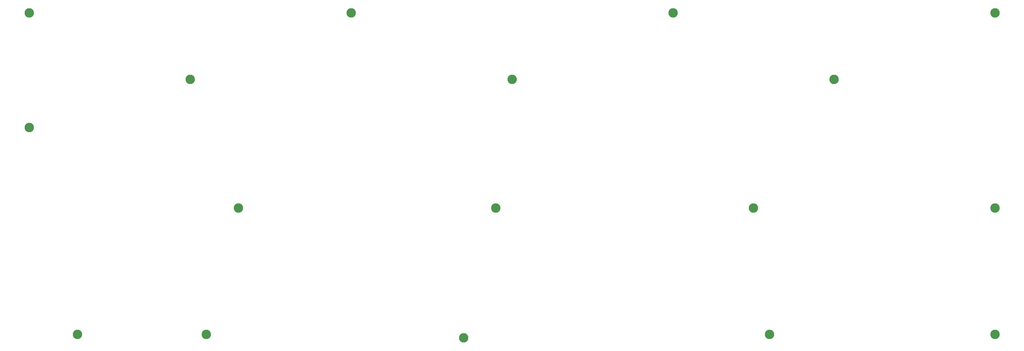
<source format=gts>
G04 #@! TF.GenerationSoftware,KiCad,Pcbnew,(6.0.7-1)-1*
G04 #@! TF.CreationDate,2022-08-16T19:49:54+02:00*
G04 #@! TF.ProjectId,switch-plate,73776974-6368-42d7-906c-6174652e6b69,rev?*
G04 #@! TF.SameCoordinates,Original*
G04 #@! TF.FileFunction,Soldermask,Top*
G04 #@! TF.FilePolarity,Negative*
%FSLAX46Y46*%
G04 Gerber Fmt 4.6, Leading zero omitted, Abs format (unit mm)*
G04 Created by KiCad (PCBNEW (6.0.7-1)-1) date 2022-08-16 19:49:54*
%MOMM*%
%LPD*%
G01*
G04 APERTURE LIST*
%ADD10C,2.800000*%
G04 APERTURE END LIST*
D10*
X61750000Y-85500000D03*
X9500000Y9500000D03*
X57000000Y-10100000D03*
X199500000Y9500000D03*
X71250000Y-48100000D03*
X294500000Y-48100000D03*
X294500000Y-85500000D03*
X152000000Y-10100000D03*
X294500000Y9500000D03*
X223250000Y-48100000D03*
X147250000Y-48100000D03*
X23750000Y-85500000D03*
X104500000Y9500000D03*
X247000000Y-10100000D03*
X137750000Y-86500000D03*
X9500000Y-24350000D03*
X228000000Y-85500000D03*
M02*

</source>
